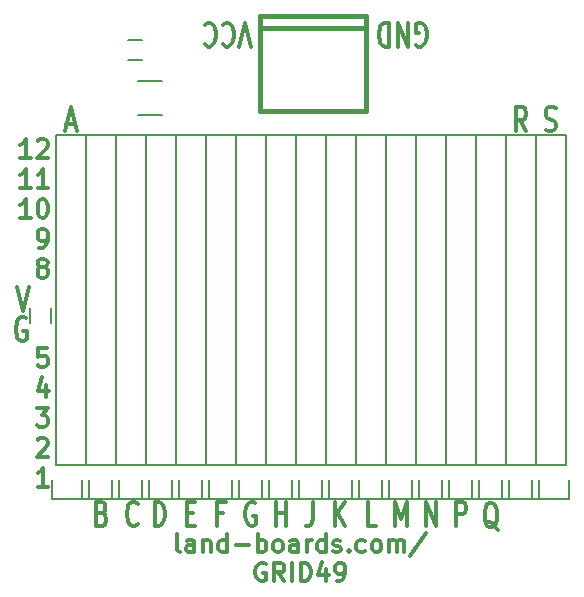
<source format=gto>
G04 #@! TF.FileFunction,Legend,Top*
%FSLAX46Y46*%
G04 Gerber Fmt 4.6, Leading zero omitted, Abs format (unit mm)*
G04 Created by KiCad (PCBNEW 4.0.1-stable) date 10/1/2016 10:42:31 PM*
%MOMM*%
G01*
G04 APERTURE LIST*
%ADD10C,0.150000*%
%ADD11C,0.304800*%
%ADD12C,0.381000*%
G04 APERTURE END LIST*
D10*
D11*
X55444572Y-19872476D02*
X55662286Y-19969238D01*
X56025143Y-19969238D01*
X56170286Y-19872476D01*
X56242857Y-19775714D01*
X56315429Y-19582190D01*
X56315429Y-19388667D01*
X56242857Y-19195143D01*
X56170286Y-19098381D01*
X56025143Y-19001619D01*
X55734857Y-18904857D01*
X55589715Y-18808095D01*
X55517143Y-18711333D01*
X55444572Y-18517810D01*
X55444572Y-18324286D01*
X55517143Y-18130762D01*
X55589715Y-18034000D01*
X55734857Y-17937238D01*
X56097715Y-17937238D01*
X56315429Y-18034000D01*
X53811714Y-19969238D02*
X53303714Y-19001619D01*
X52940857Y-19969238D02*
X52940857Y-17937238D01*
X53521429Y-17937238D01*
X53666571Y-18034000D01*
X53739143Y-18130762D01*
X53811714Y-18324286D01*
X53811714Y-18614571D01*
X53739143Y-18808095D01*
X53666571Y-18904857D01*
X53521429Y-19001619D01*
X52940857Y-19001619D01*
X14877143Y-19388667D02*
X15602857Y-19388667D01*
X14732000Y-19969238D02*
X15240000Y-17937238D01*
X15748000Y-19969238D01*
X51380572Y-53690762D02*
X51235429Y-53594000D01*
X51090286Y-53400476D01*
X50872572Y-53110190D01*
X50727429Y-53013429D01*
X50582286Y-53013429D01*
X50654858Y-53497238D02*
X50509715Y-53400476D01*
X50364572Y-53206952D01*
X50292001Y-52819905D01*
X50292001Y-52142571D01*
X50364572Y-51755524D01*
X50509715Y-51562000D01*
X50654858Y-51465238D01*
X50945144Y-51465238D01*
X51090286Y-51562000D01*
X51235429Y-51755524D01*
X51308001Y-52142571D01*
X51308001Y-52819905D01*
X51235429Y-53206952D01*
X51090286Y-53400476D01*
X50945144Y-53497238D01*
X50654858Y-53497238D01*
X47860857Y-53370238D02*
X47860857Y-51338238D01*
X48441429Y-51338238D01*
X48586571Y-51435000D01*
X48659143Y-51531762D01*
X48731714Y-51725286D01*
X48731714Y-52015571D01*
X48659143Y-52209095D01*
X48586571Y-52305857D01*
X48441429Y-52402619D01*
X47860857Y-52402619D01*
X45284572Y-53370238D02*
X45284572Y-51338238D01*
X46155429Y-53370238D01*
X46155429Y-51338238D01*
X42672000Y-53370238D02*
X42672000Y-51338238D01*
X43180000Y-52789667D01*
X43688000Y-51338238D01*
X43688000Y-53370238D01*
X41111714Y-53370238D02*
X40386000Y-53370238D01*
X40386000Y-51338238D01*
X37573857Y-53370238D02*
X37573857Y-51338238D01*
X38444714Y-53370238D02*
X37791571Y-52209095D01*
X38444714Y-51338238D02*
X37573857Y-52499381D01*
X35777715Y-51338238D02*
X35777715Y-52789667D01*
X35705143Y-53079952D01*
X35560000Y-53273476D01*
X35342286Y-53370238D01*
X35197143Y-53370238D01*
X32584572Y-53370238D02*
X32584572Y-51338238D01*
X32584572Y-52305857D02*
X33455429Y-52305857D01*
X33455429Y-53370238D02*
X33455429Y-51338238D01*
X30879143Y-51435000D02*
X30734000Y-51338238D01*
X30516286Y-51338238D01*
X30298571Y-51435000D01*
X30153429Y-51628524D01*
X30080857Y-51822048D01*
X30008286Y-52209095D01*
X30008286Y-52499381D01*
X30080857Y-52886429D01*
X30153429Y-53079952D01*
X30298571Y-53273476D01*
X30516286Y-53370238D01*
X30661429Y-53370238D01*
X30879143Y-53273476D01*
X30951714Y-53176714D01*
X30951714Y-52499381D01*
X30661429Y-52499381D01*
X28157714Y-52305857D02*
X27649714Y-52305857D01*
X27649714Y-53370238D02*
X27649714Y-51338238D01*
X28375428Y-51338238D01*
X25073429Y-52305857D02*
X25581429Y-52305857D01*
X25799143Y-53370238D02*
X25073429Y-53370238D01*
X25073429Y-51338238D01*
X25799143Y-51338238D01*
X22333857Y-53370238D02*
X22333857Y-51338238D01*
X22696714Y-51338238D01*
X22914429Y-51435000D01*
X23059571Y-51628524D01*
X23132143Y-51822048D01*
X23204714Y-52209095D01*
X23204714Y-52499381D01*
X23132143Y-52886429D01*
X23059571Y-53079952D01*
X22914429Y-53273476D01*
X22696714Y-53370238D01*
X22333857Y-53370238D01*
X20918714Y-53176714D02*
X20846143Y-53273476D01*
X20628429Y-53370238D01*
X20483286Y-53370238D01*
X20265571Y-53273476D01*
X20120429Y-53079952D01*
X20047857Y-52886429D01*
X19975286Y-52499381D01*
X19975286Y-52209095D01*
X20047857Y-51822048D01*
X20120429Y-51628524D01*
X20265571Y-51435000D01*
X20483286Y-51338238D01*
X20628429Y-51338238D01*
X20846143Y-51435000D01*
X20918714Y-51531762D01*
X17888857Y-52305857D02*
X18106571Y-52402619D01*
X18179143Y-52499381D01*
X18251714Y-52692905D01*
X18251714Y-52983190D01*
X18179143Y-53176714D01*
X18106571Y-53273476D01*
X17961429Y-53370238D01*
X17380857Y-53370238D01*
X17380857Y-51338238D01*
X17888857Y-51338238D01*
X18034000Y-51435000D01*
X18106571Y-51531762D01*
X18179143Y-51725286D01*
X18179143Y-51918810D01*
X18106571Y-52112333D01*
X18034000Y-52209095D01*
X17888857Y-52305857D01*
X17380857Y-52305857D01*
X11847285Y-22251005D02*
X10976428Y-22251005D01*
X11411856Y-22251005D02*
X11411856Y-20663505D01*
X11266713Y-20890290D01*
X11121571Y-21041481D01*
X10976428Y-21117076D01*
X12427857Y-20814695D02*
X12500428Y-20739100D01*
X12645571Y-20663505D01*
X13008428Y-20663505D01*
X13153571Y-20739100D01*
X13226142Y-20814695D01*
X13298714Y-20965886D01*
X13298714Y-21117076D01*
X13226142Y-21343862D01*
X12355285Y-22251005D01*
X13298714Y-22251005D01*
X11847285Y-24778305D02*
X10976428Y-24778305D01*
X11411856Y-24778305D02*
X11411856Y-23190805D01*
X11266713Y-23417590D01*
X11121571Y-23568781D01*
X10976428Y-23644376D01*
X13298714Y-24778305D02*
X12427857Y-24778305D01*
X12863285Y-24778305D02*
X12863285Y-23190805D01*
X12718142Y-23417590D01*
X12573000Y-23568781D01*
X12427857Y-23644376D01*
X11847285Y-27305605D02*
X10976428Y-27305605D01*
X11411856Y-27305605D02*
X11411856Y-25718105D01*
X11266713Y-25944890D01*
X11121571Y-26096081D01*
X10976428Y-26171676D01*
X12790714Y-25718105D02*
X12935857Y-25718105D01*
X13081000Y-25793700D01*
X13153571Y-25869295D01*
X13226142Y-26020486D01*
X13298714Y-26322867D01*
X13298714Y-26700843D01*
X13226142Y-27003224D01*
X13153571Y-27154414D01*
X13081000Y-27230010D01*
X12935857Y-27305605D01*
X12790714Y-27305605D01*
X12645571Y-27230010D01*
X12573000Y-27154414D01*
X12500428Y-27003224D01*
X12427857Y-26700843D01*
X12427857Y-26322867D01*
X12500428Y-26020486D01*
X12573000Y-25869295D01*
X12645571Y-25793700D01*
X12790714Y-25718105D01*
X12573000Y-29832905D02*
X12863285Y-29832905D01*
X13008428Y-29757310D01*
X13081000Y-29681714D01*
X13226142Y-29454929D01*
X13298714Y-29152548D01*
X13298714Y-28547786D01*
X13226142Y-28396595D01*
X13153571Y-28321000D01*
X13008428Y-28245405D01*
X12718142Y-28245405D01*
X12573000Y-28321000D01*
X12500428Y-28396595D01*
X12427857Y-28547786D01*
X12427857Y-28925762D01*
X12500428Y-29076952D01*
X12573000Y-29152548D01*
X12718142Y-29228143D01*
X13008428Y-29228143D01*
X13153571Y-29152548D01*
X13226142Y-29076952D01*
X13298714Y-28925762D01*
X12718142Y-31453062D02*
X12573000Y-31377467D01*
X12500428Y-31301871D01*
X12427857Y-31150681D01*
X12427857Y-31075086D01*
X12500428Y-30923895D01*
X12573000Y-30848300D01*
X12718142Y-30772705D01*
X13008428Y-30772705D01*
X13153571Y-30848300D01*
X13226142Y-30923895D01*
X13298714Y-31075086D01*
X13298714Y-31150681D01*
X13226142Y-31301871D01*
X13153571Y-31377467D01*
X13008428Y-31453062D01*
X12718142Y-31453062D01*
X12573000Y-31528657D01*
X12500428Y-31604252D01*
X12427857Y-31755443D01*
X12427857Y-32057824D01*
X12500428Y-32209014D01*
X12573000Y-32284610D01*
X12718142Y-32360205D01*
X13008428Y-32360205D01*
X13153571Y-32284610D01*
X13226142Y-32209014D01*
X13298714Y-32057824D01*
X13298714Y-31755443D01*
X13226142Y-31604252D01*
X13153571Y-31528657D01*
X13008428Y-31453062D01*
X13226142Y-38354605D02*
X12500428Y-38354605D01*
X12427857Y-39110557D01*
X12500428Y-39034962D01*
X12645571Y-38959367D01*
X13008428Y-38959367D01*
X13153571Y-39034962D01*
X13226142Y-39110557D01*
X13298714Y-39261748D01*
X13298714Y-39639724D01*
X13226142Y-39790914D01*
X13153571Y-39866510D01*
X13008428Y-39942105D01*
X12645571Y-39942105D01*
X12500428Y-39866510D01*
X12427857Y-39790914D01*
X13153571Y-41411071D02*
X13153571Y-42469405D01*
X12790714Y-40806310D02*
X12427857Y-41940238D01*
X13371285Y-41940238D01*
X12355285Y-43409205D02*
X13298714Y-43409205D01*
X12790714Y-44013967D01*
X13008428Y-44013967D01*
X13153571Y-44089562D01*
X13226142Y-44165157D01*
X13298714Y-44316348D01*
X13298714Y-44694324D01*
X13226142Y-44845514D01*
X13153571Y-44921110D01*
X13008428Y-44996705D01*
X12573000Y-44996705D01*
X12427857Y-44921110D01*
X12355285Y-44845514D01*
X12427857Y-46087695D02*
X12500428Y-46012100D01*
X12645571Y-45936505D01*
X13008428Y-45936505D01*
X13153571Y-46012100D01*
X13226142Y-46087695D01*
X13298714Y-46238886D01*
X13298714Y-46390076D01*
X13226142Y-46616862D01*
X12355285Y-47524005D01*
X13298714Y-47524005D01*
X13298714Y-50051305D02*
X12427857Y-50051305D01*
X12863285Y-50051305D02*
X12863285Y-48463805D01*
X12718142Y-48690590D01*
X12573000Y-48841781D01*
X12427857Y-48917376D01*
X10649857Y-33177238D02*
X11157857Y-35209238D01*
X11665857Y-33177238D01*
X11448143Y-35814000D02*
X11303000Y-35717238D01*
X11085286Y-35717238D01*
X10867571Y-35814000D01*
X10722429Y-36007524D01*
X10649857Y-36201048D01*
X10577286Y-36588095D01*
X10577286Y-36878381D01*
X10649857Y-37265429D01*
X10722429Y-37458952D01*
X10867571Y-37652476D01*
X11085286Y-37749238D01*
X11230429Y-37749238D01*
X11448143Y-37652476D01*
X11520714Y-37555714D01*
X11520714Y-36878381D01*
X11230429Y-36878381D01*
X24474715Y-55604229D02*
X24329573Y-55531657D01*
X24257001Y-55386514D01*
X24257001Y-54080229D01*
X25708430Y-55604229D02*
X25708430Y-54805943D01*
X25635859Y-54660800D01*
X25490716Y-54588229D01*
X25200430Y-54588229D01*
X25055287Y-54660800D01*
X25708430Y-55531657D02*
X25563287Y-55604229D01*
X25200430Y-55604229D01*
X25055287Y-55531657D01*
X24982716Y-55386514D01*
X24982716Y-55241371D01*
X25055287Y-55096229D01*
X25200430Y-55023657D01*
X25563287Y-55023657D01*
X25708430Y-54951086D01*
X26434144Y-54588229D02*
X26434144Y-55604229D01*
X26434144Y-54733371D02*
X26506716Y-54660800D01*
X26651858Y-54588229D01*
X26869573Y-54588229D01*
X27014716Y-54660800D01*
X27087287Y-54805943D01*
X27087287Y-55604229D01*
X28466144Y-55604229D02*
X28466144Y-54080229D01*
X28466144Y-55531657D02*
X28321001Y-55604229D01*
X28030715Y-55604229D01*
X27885573Y-55531657D01*
X27813001Y-55459086D01*
X27740430Y-55313943D01*
X27740430Y-54878514D01*
X27813001Y-54733371D01*
X27885573Y-54660800D01*
X28030715Y-54588229D01*
X28321001Y-54588229D01*
X28466144Y-54660800D01*
X29191858Y-55023657D02*
X30353001Y-55023657D01*
X31078715Y-55604229D02*
X31078715Y-54080229D01*
X31078715Y-54660800D02*
X31223858Y-54588229D01*
X31514144Y-54588229D01*
X31659287Y-54660800D01*
X31731858Y-54733371D01*
X31804429Y-54878514D01*
X31804429Y-55313943D01*
X31731858Y-55459086D01*
X31659287Y-55531657D01*
X31514144Y-55604229D01*
X31223858Y-55604229D01*
X31078715Y-55531657D01*
X32675286Y-55604229D02*
X32530144Y-55531657D01*
X32457572Y-55459086D01*
X32385001Y-55313943D01*
X32385001Y-54878514D01*
X32457572Y-54733371D01*
X32530144Y-54660800D01*
X32675286Y-54588229D01*
X32893001Y-54588229D01*
X33038144Y-54660800D01*
X33110715Y-54733371D01*
X33183286Y-54878514D01*
X33183286Y-55313943D01*
X33110715Y-55459086D01*
X33038144Y-55531657D01*
X32893001Y-55604229D01*
X32675286Y-55604229D01*
X34489572Y-55604229D02*
X34489572Y-54805943D01*
X34417001Y-54660800D01*
X34271858Y-54588229D01*
X33981572Y-54588229D01*
X33836429Y-54660800D01*
X34489572Y-55531657D02*
X34344429Y-55604229D01*
X33981572Y-55604229D01*
X33836429Y-55531657D01*
X33763858Y-55386514D01*
X33763858Y-55241371D01*
X33836429Y-55096229D01*
X33981572Y-55023657D01*
X34344429Y-55023657D01*
X34489572Y-54951086D01*
X35215286Y-55604229D02*
X35215286Y-54588229D01*
X35215286Y-54878514D02*
X35287858Y-54733371D01*
X35360429Y-54660800D01*
X35505572Y-54588229D01*
X35650715Y-54588229D01*
X36811858Y-55604229D02*
X36811858Y-54080229D01*
X36811858Y-55531657D02*
X36666715Y-55604229D01*
X36376429Y-55604229D01*
X36231287Y-55531657D01*
X36158715Y-55459086D01*
X36086144Y-55313943D01*
X36086144Y-54878514D01*
X36158715Y-54733371D01*
X36231287Y-54660800D01*
X36376429Y-54588229D01*
X36666715Y-54588229D01*
X36811858Y-54660800D01*
X37465001Y-55531657D02*
X37610144Y-55604229D01*
X37900429Y-55604229D01*
X38045572Y-55531657D01*
X38118144Y-55386514D01*
X38118144Y-55313943D01*
X38045572Y-55168800D01*
X37900429Y-55096229D01*
X37682715Y-55096229D01*
X37537572Y-55023657D01*
X37465001Y-54878514D01*
X37465001Y-54805943D01*
X37537572Y-54660800D01*
X37682715Y-54588229D01*
X37900429Y-54588229D01*
X38045572Y-54660800D01*
X38771286Y-55459086D02*
X38843858Y-55531657D01*
X38771286Y-55604229D01*
X38698715Y-55531657D01*
X38771286Y-55459086D01*
X38771286Y-55604229D01*
X40150143Y-55531657D02*
X40005000Y-55604229D01*
X39714714Y-55604229D01*
X39569572Y-55531657D01*
X39497000Y-55459086D01*
X39424429Y-55313943D01*
X39424429Y-54878514D01*
X39497000Y-54733371D01*
X39569572Y-54660800D01*
X39714714Y-54588229D01*
X40005000Y-54588229D01*
X40150143Y-54660800D01*
X41021000Y-55604229D02*
X40875858Y-55531657D01*
X40803286Y-55459086D01*
X40730715Y-55313943D01*
X40730715Y-54878514D01*
X40803286Y-54733371D01*
X40875858Y-54660800D01*
X41021000Y-54588229D01*
X41238715Y-54588229D01*
X41383858Y-54660800D01*
X41456429Y-54733371D01*
X41529000Y-54878514D01*
X41529000Y-55313943D01*
X41456429Y-55459086D01*
X41383858Y-55531657D01*
X41238715Y-55604229D01*
X41021000Y-55604229D01*
X42182143Y-55604229D02*
X42182143Y-54588229D01*
X42182143Y-54733371D02*
X42254715Y-54660800D01*
X42399857Y-54588229D01*
X42617572Y-54588229D01*
X42762715Y-54660800D01*
X42835286Y-54805943D01*
X42835286Y-55604229D01*
X42835286Y-54805943D02*
X42907857Y-54660800D01*
X43053000Y-54588229D01*
X43270715Y-54588229D01*
X43415857Y-54660800D01*
X43488429Y-54805943D01*
X43488429Y-55604229D01*
X45302715Y-54007657D02*
X43996429Y-55967086D01*
X31731857Y-56591200D02*
X31586714Y-56518629D01*
X31369000Y-56518629D01*
X31151285Y-56591200D01*
X31006143Y-56736343D01*
X30933571Y-56881486D01*
X30861000Y-57171771D01*
X30861000Y-57389486D01*
X30933571Y-57679771D01*
X31006143Y-57824914D01*
X31151285Y-57970057D01*
X31369000Y-58042629D01*
X31514143Y-58042629D01*
X31731857Y-57970057D01*
X31804428Y-57897486D01*
X31804428Y-57389486D01*
X31514143Y-57389486D01*
X33328428Y-58042629D02*
X32820428Y-57316914D01*
X32457571Y-58042629D02*
X32457571Y-56518629D01*
X33038143Y-56518629D01*
X33183285Y-56591200D01*
X33255857Y-56663771D01*
X33328428Y-56808914D01*
X33328428Y-57026629D01*
X33255857Y-57171771D01*
X33183285Y-57244343D01*
X33038143Y-57316914D01*
X32457571Y-57316914D01*
X33981571Y-58042629D02*
X33981571Y-56518629D01*
X34707285Y-58042629D02*
X34707285Y-56518629D01*
X35070142Y-56518629D01*
X35287857Y-56591200D01*
X35432999Y-56736343D01*
X35505571Y-56881486D01*
X35578142Y-57171771D01*
X35578142Y-57389486D01*
X35505571Y-57679771D01*
X35432999Y-57824914D01*
X35287857Y-57970057D01*
X35070142Y-58042629D01*
X34707285Y-58042629D01*
X36884428Y-57026629D02*
X36884428Y-58042629D01*
X36521571Y-56446057D02*
X36158714Y-57534629D01*
X37102142Y-57534629D01*
X37755286Y-58042629D02*
X38045571Y-58042629D01*
X38190714Y-57970057D01*
X38263286Y-57897486D01*
X38408428Y-57679771D01*
X38481000Y-57389486D01*
X38481000Y-56808914D01*
X38408428Y-56663771D01*
X38335857Y-56591200D01*
X38190714Y-56518629D01*
X37900428Y-56518629D01*
X37755286Y-56591200D01*
X37682714Y-56663771D01*
X37610143Y-56808914D01*
X37610143Y-57171771D01*
X37682714Y-57316914D01*
X37755286Y-57389486D01*
X37900428Y-57462057D01*
X38190714Y-57462057D01*
X38335857Y-57389486D01*
X38408428Y-57316914D01*
X38481000Y-57171771D01*
X44504428Y-12700000D02*
X44649571Y-12796762D01*
X44867285Y-12796762D01*
X45085000Y-12700000D01*
X45230142Y-12506476D01*
X45302714Y-12312952D01*
X45375285Y-11925905D01*
X45375285Y-11635619D01*
X45302714Y-11248571D01*
X45230142Y-11055048D01*
X45085000Y-10861524D01*
X44867285Y-10764762D01*
X44722142Y-10764762D01*
X44504428Y-10861524D01*
X44431857Y-10958286D01*
X44431857Y-11635619D01*
X44722142Y-11635619D01*
X43778714Y-10764762D02*
X43778714Y-12796762D01*
X42907857Y-10764762D01*
X42907857Y-12796762D01*
X42182143Y-10764762D02*
X42182143Y-12796762D01*
X41819286Y-12796762D01*
X41601571Y-12700000D01*
X41456429Y-12506476D01*
X41383857Y-12312952D01*
X41311286Y-11925905D01*
X41311286Y-11635619D01*
X41383857Y-11248571D01*
X41456429Y-11055048D01*
X41601571Y-10861524D01*
X41819286Y-10764762D01*
X42182143Y-10764762D01*
X30498143Y-12796762D02*
X29990143Y-10764762D01*
X29482143Y-12796762D01*
X28103286Y-10958286D02*
X28175857Y-10861524D01*
X28393571Y-10764762D01*
X28538714Y-10764762D01*
X28756429Y-10861524D01*
X28901571Y-11055048D01*
X28974143Y-11248571D01*
X29046714Y-11635619D01*
X29046714Y-11925905D01*
X28974143Y-12312952D01*
X28901571Y-12506476D01*
X28756429Y-12700000D01*
X28538714Y-12796762D01*
X28393571Y-12796762D01*
X28175857Y-12700000D01*
X28103286Y-12603238D01*
X26579286Y-10958286D02*
X26651857Y-10861524D01*
X26869571Y-10764762D01*
X27014714Y-10764762D01*
X27232429Y-10861524D01*
X27377571Y-11055048D01*
X27450143Y-11248571D01*
X27522714Y-11635619D01*
X27522714Y-11925905D01*
X27450143Y-12312952D01*
X27377571Y-12506476D01*
X27232429Y-12700000D01*
X27014714Y-12796762D01*
X26869571Y-12796762D01*
X26651857Y-12700000D01*
X26579286Y-12603238D01*
D12*
X31274000Y-10232000D02*
X31274000Y-18232000D01*
X40274000Y-10232000D02*
X40274000Y-18232000D01*
X31274000Y-18232000D02*
X40274000Y-18232000D01*
X31274000Y-11232000D02*
X40274000Y-11232000D01*
X31274000Y-10232000D02*
X40274000Y-10232000D01*
D10*
X13970000Y-48260000D02*
X13970000Y-20320000D01*
X13970000Y-20320000D02*
X16510000Y-20320000D01*
X16510000Y-20320000D02*
X16510000Y-48260000D01*
X13690000Y-51080000D02*
X13690000Y-49530000D01*
X13970000Y-48260000D02*
X16510000Y-48260000D01*
X16790000Y-49530000D02*
X16790000Y-51080000D01*
X16790000Y-51080000D02*
X13690000Y-51080000D01*
X16510000Y-48260000D02*
X16510000Y-20320000D01*
X16510000Y-20320000D02*
X19050000Y-20320000D01*
X19050000Y-20320000D02*
X19050000Y-48260000D01*
X16230000Y-51080000D02*
X16230000Y-49530000D01*
X16510000Y-48260000D02*
X19050000Y-48260000D01*
X19330000Y-49530000D02*
X19330000Y-51080000D01*
X19330000Y-51080000D02*
X16230000Y-51080000D01*
X19050000Y-48260000D02*
X19050000Y-20320000D01*
X19050000Y-20320000D02*
X21590000Y-20320000D01*
X21590000Y-20320000D02*
X21590000Y-48260000D01*
X18770000Y-51080000D02*
X18770000Y-49530000D01*
X19050000Y-48260000D02*
X21590000Y-48260000D01*
X21870000Y-49530000D02*
X21870000Y-51080000D01*
X21870000Y-51080000D02*
X18770000Y-51080000D01*
X21590000Y-48260000D02*
X21590000Y-20320000D01*
X21590000Y-20320000D02*
X24130000Y-20320000D01*
X24130000Y-20320000D02*
X24130000Y-48260000D01*
X21310000Y-51080000D02*
X21310000Y-49530000D01*
X21590000Y-48260000D02*
X24130000Y-48260000D01*
X24410000Y-49530000D02*
X24410000Y-51080000D01*
X24410000Y-51080000D02*
X21310000Y-51080000D01*
X24130000Y-48260000D02*
X24130000Y-20320000D01*
X24130000Y-20320000D02*
X26670000Y-20320000D01*
X26670000Y-20320000D02*
X26670000Y-48260000D01*
X23850000Y-51080000D02*
X23850000Y-49530000D01*
X24130000Y-48260000D02*
X26670000Y-48260000D01*
X26950000Y-49530000D02*
X26950000Y-51080000D01*
X26950000Y-51080000D02*
X23850000Y-51080000D01*
X26670000Y-48260000D02*
X26670000Y-20320000D01*
X26670000Y-20320000D02*
X29210000Y-20320000D01*
X29210000Y-20320000D02*
X29210000Y-48260000D01*
X26390000Y-51080000D02*
X26390000Y-49530000D01*
X26670000Y-48260000D02*
X29210000Y-48260000D01*
X29490000Y-49530000D02*
X29490000Y-51080000D01*
X29490000Y-51080000D02*
X26390000Y-51080000D01*
X34290000Y-48260000D02*
X34290000Y-20320000D01*
X34290000Y-20320000D02*
X36830000Y-20320000D01*
X36830000Y-20320000D02*
X36830000Y-48260000D01*
X34010000Y-51080000D02*
X34010000Y-49530000D01*
X34290000Y-48260000D02*
X36830000Y-48260000D01*
X37110000Y-49530000D02*
X37110000Y-51080000D01*
X37110000Y-51080000D02*
X34010000Y-51080000D01*
X31750000Y-48260000D02*
X31750000Y-20320000D01*
X31750000Y-20320000D02*
X34290000Y-20320000D01*
X34290000Y-20320000D02*
X34290000Y-48260000D01*
X31470000Y-51080000D02*
X31470000Y-49530000D01*
X31750000Y-48260000D02*
X34290000Y-48260000D01*
X34570000Y-49530000D02*
X34570000Y-51080000D01*
X34570000Y-51080000D02*
X31470000Y-51080000D01*
X39370000Y-48260000D02*
X39370000Y-20320000D01*
X39370000Y-20320000D02*
X41910000Y-20320000D01*
X41910000Y-20320000D02*
X41910000Y-48260000D01*
X39090000Y-51080000D02*
X39090000Y-49530000D01*
X39370000Y-48260000D02*
X41910000Y-48260000D01*
X42190000Y-49530000D02*
X42190000Y-51080000D01*
X42190000Y-51080000D02*
X39090000Y-51080000D01*
X41910000Y-48260000D02*
X41910000Y-20320000D01*
X41910000Y-20320000D02*
X44450000Y-20320000D01*
X44450000Y-20320000D02*
X44450000Y-48260000D01*
X41630000Y-51080000D02*
X41630000Y-49530000D01*
X41910000Y-48260000D02*
X44450000Y-48260000D01*
X44730000Y-49530000D02*
X44730000Y-51080000D01*
X44730000Y-51080000D02*
X41630000Y-51080000D01*
X29210000Y-48260000D02*
X29210000Y-20320000D01*
X29210000Y-20320000D02*
X31750000Y-20320000D01*
X31750000Y-20320000D02*
X31750000Y-48260000D01*
X28930000Y-51080000D02*
X28930000Y-49530000D01*
X29210000Y-48260000D02*
X31750000Y-48260000D01*
X32030000Y-49530000D02*
X32030000Y-51080000D01*
X32030000Y-51080000D02*
X28930000Y-51080000D01*
X36830000Y-48260000D02*
X36830000Y-20320000D01*
X36830000Y-20320000D02*
X39370000Y-20320000D01*
X39370000Y-20320000D02*
X39370000Y-48260000D01*
X36550000Y-51080000D02*
X36550000Y-49530000D01*
X36830000Y-48260000D02*
X39370000Y-48260000D01*
X39650000Y-49530000D02*
X39650000Y-51080000D01*
X39650000Y-51080000D02*
X36550000Y-51080000D01*
X44450000Y-48260000D02*
X44450000Y-20320000D01*
X44450000Y-20320000D02*
X46990000Y-20320000D01*
X46990000Y-20320000D02*
X46990000Y-48260000D01*
X44170000Y-51080000D02*
X44170000Y-49530000D01*
X44450000Y-48260000D02*
X46990000Y-48260000D01*
X47270000Y-49530000D02*
X47270000Y-51080000D01*
X47270000Y-51080000D02*
X44170000Y-51080000D01*
X46990000Y-48260000D02*
X46990000Y-20320000D01*
X46990000Y-20320000D02*
X49530000Y-20320000D01*
X49530000Y-20320000D02*
X49530000Y-48260000D01*
X46710000Y-51080000D02*
X46710000Y-49530000D01*
X46990000Y-48260000D02*
X49530000Y-48260000D01*
X49810000Y-49530000D02*
X49810000Y-51080000D01*
X49810000Y-51080000D02*
X46710000Y-51080000D01*
X49530000Y-48260000D02*
X49530000Y-20320000D01*
X49530000Y-20320000D02*
X52070000Y-20320000D01*
X52070000Y-20320000D02*
X52070000Y-48260000D01*
X49250000Y-51080000D02*
X49250000Y-49530000D01*
X49530000Y-48260000D02*
X52070000Y-48260000D01*
X52350000Y-49530000D02*
X52350000Y-51080000D01*
X52350000Y-51080000D02*
X49250000Y-51080000D01*
X52070000Y-48260000D02*
X52070000Y-20320000D01*
X52070000Y-20320000D02*
X54610000Y-20320000D01*
X54610000Y-20320000D02*
X54610000Y-48260000D01*
X51790000Y-51080000D02*
X51790000Y-49530000D01*
X52070000Y-48260000D02*
X54610000Y-48260000D01*
X54890000Y-49530000D02*
X54890000Y-51080000D01*
X54890000Y-51080000D02*
X51790000Y-51080000D01*
X54610000Y-48260000D02*
X54610000Y-20320000D01*
X54610000Y-20320000D02*
X57150000Y-20320000D01*
X57150000Y-20320000D02*
X57150000Y-48260000D01*
X54330000Y-51080000D02*
X54330000Y-49530000D01*
X54610000Y-48260000D02*
X57150000Y-48260000D01*
X57430000Y-49530000D02*
X57430000Y-51080000D01*
X57430000Y-51080000D02*
X54330000Y-51080000D01*
X22971000Y-18620000D02*
X20971000Y-18620000D01*
X20971000Y-15670000D02*
X22971000Y-15670000D01*
X11825000Y-36160000D02*
X11825000Y-34960000D01*
X13575000Y-34960000D02*
X13575000Y-36160000D01*
X21301000Y-13956000D02*
X20101000Y-13956000D01*
X20101000Y-12206000D02*
X21301000Y-12206000D01*
M02*

</source>
